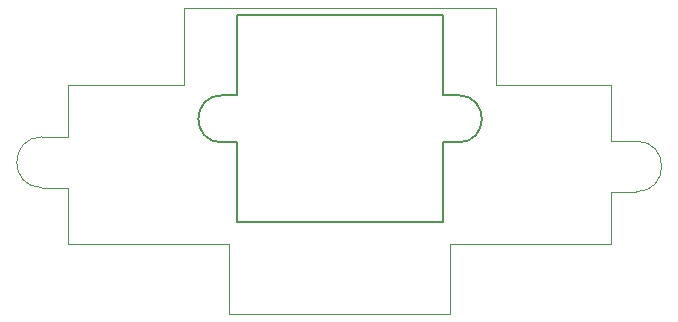
<source format=gm1>
G04*
G04 #@! TF.GenerationSoftware,Altium Limited,Altium Designer,19.0.11 (319)*
G04*
G04 Layer_Color=16711935*
%FSLAX25Y25*%
%MOIN*%
G70*
G01*
G75*
%ADD11C,0.00394*%
%ADD12C,0.00787*%
D11*
X99016Y-21949D02*
G03*
X99016Y-5019I0J8465D01*
G01*
X-99016Y-3641D02*
G03*
X-99016Y-20571I0J-8465D01*
G01*
X-90453Y-39370D02*
X-36811D01*
X36811D02*
X90551D01*
X36811Y-62598D02*
Y-39370D01*
X90551D02*
Y-21949D01*
X-36811Y-62598D02*
X36811D01*
X-36811D02*
Y-39370D01*
X90551Y-21949D02*
X99016D01*
X90551Y-5019D02*
X99016D01*
X90551D02*
Y13780D01*
X-99016Y-3641D02*
X-90551D01*
X-99016Y-20571D02*
X-90551D01*
Y-39370D02*
Y-20571D01*
Y-3641D02*
Y13780D01*
X-51673Y39370D02*
X52264D01*
Y13780D02*
X90551D01*
X52264D02*
Y39370D01*
X-51673Y13780D02*
Y39370D01*
X-90551Y13780D02*
X-51673D01*
D12*
X-39076Y10236D02*
G03*
X-39076Y-5512I0J-7874D01*
G01*
X39664D02*
G03*
X39664Y10236I0J7874D01*
G01*
X-39076D02*
X-34155D01*
Y36811D01*
Y-32087D02*
Y-5512D01*
X-39076D02*
X-34155D01*
X34743D02*
X39664D01*
X34743Y-32087D02*
Y-5512D01*
X-34155Y-32087D02*
X34743D01*
X-34155Y36811D02*
X34743D01*
Y10236D02*
Y36811D01*
Y10236D02*
X39664D01*
M02*

</source>
